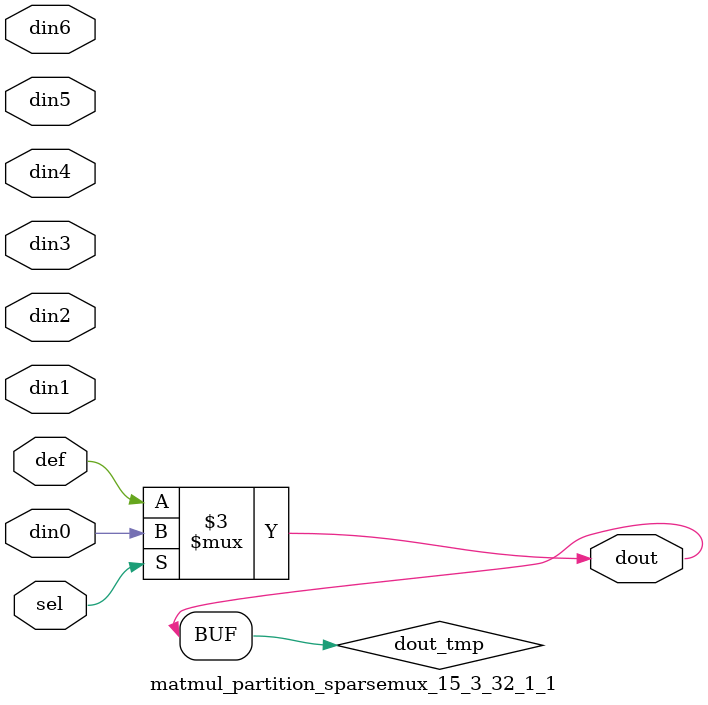
<source format=v>
`timescale 1ns / 1ps

module matmul_partition_sparsemux_15_3_32_1_1 (din0,din1,din2,din3,din4,din5,din6,def,sel,dout);

parameter din0_WIDTH = 1;

parameter din1_WIDTH = 1;

parameter din2_WIDTH = 1;

parameter din3_WIDTH = 1;

parameter din4_WIDTH = 1;

parameter din5_WIDTH = 1;

parameter din6_WIDTH = 1;

parameter def_WIDTH = 1;
parameter sel_WIDTH = 1;
parameter dout_WIDTH = 1;

parameter [sel_WIDTH-1:0] CASE0 = 1;

parameter [sel_WIDTH-1:0] CASE1 = 1;

parameter [sel_WIDTH-1:0] CASE2 = 1;

parameter [sel_WIDTH-1:0] CASE3 = 1;

parameter [sel_WIDTH-1:0] CASE4 = 1;

parameter [sel_WIDTH-1:0] CASE5 = 1;

parameter [sel_WIDTH-1:0] CASE6 = 1;

parameter ID = 1;
parameter NUM_STAGE = 1;



input [din0_WIDTH-1:0] din0;

input [din1_WIDTH-1:0] din1;

input [din2_WIDTH-1:0] din2;

input [din3_WIDTH-1:0] din3;

input [din4_WIDTH-1:0] din4;

input [din5_WIDTH-1:0] din5;

input [din6_WIDTH-1:0] din6;

input [def_WIDTH-1:0] def;
input [sel_WIDTH-1:0] sel;

output [dout_WIDTH-1:0] dout;



reg [dout_WIDTH-1:0] dout_tmp;


always @ (*) begin
(* parallel_case *) case (sel)
    
    CASE0 : dout_tmp = din0;
    
    CASE1 : dout_tmp = din1;
    
    CASE2 : dout_tmp = din2;
    
    CASE3 : dout_tmp = din3;
    
    CASE4 : dout_tmp = din4;
    
    CASE5 : dout_tmp = din5;
    
    CASE6 : dout_tmp = din6;
    
    default : dout_tmp = def;
endcase
end


assign dout = dout_tmp;



endmodule

</source>
